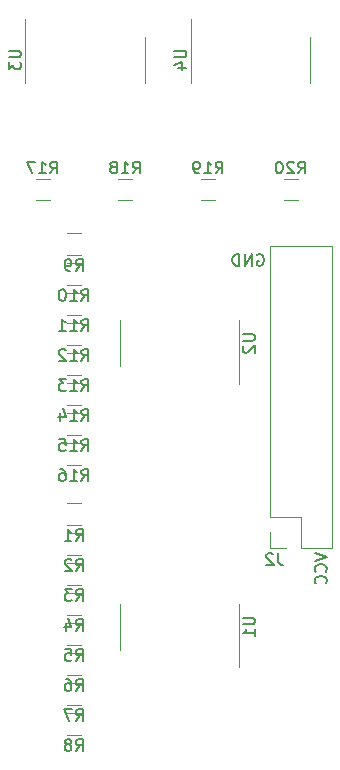
<source format=gbr>
%TF.GenerationSoftware,KiCad,Pcbnew,(5.1.6)-1*%
%TF.CreationDate,2021-02-15T17:49:45+00:00*%
%TF.ProjectId,p3module,70336d6f-6475-46c6-952e-6b696361645f,rev?*%
%TF.SameCoordinates,Original*%
%TF.FileFunction,Legend,Bot*%
%TF.FilePolarity,Positive*%
%FSLAX46Y46*%
G04 Gerber Fmt 4.6, Leading zero omitted, Abs format (unit mm)*
G04 Created by KiCad (PCBNEW (5.1.6)-1) date 2021-02-15 17:49:45*
%MOMM*%
%LPD*%
G01*
G04 APERTURE LIST*
%ADD10C,0.150000*%
%ADD11C,0.120000*%
G04 APERTURE END LIST*
D10*
X62452380Y-127772738D02*
X63452380Y-128106071D01*
X62452380Y-128439404D01*
X63357142Y-129344166D02*
X63404761Y-129296547D01*
X63452380Y-129153690D01*
X63452380Y-129058452D01*
X63404761Y-128915595D01*
X63309523Y-128820357D01*
X63214285Y-128772738D01*
X63023809Y-128725119D01*
X62880952Y-128725119D01*
X62690476Y-128772738D01*
X62595238Y-128820357D01*
X62500000Y-128915595D01*
X62452380Y-129058452D01*
X62452380Y-129153690D01*
X62500000Y-129296547D01*
X62547619Y-129344166D01*
X63357142Y-130344166D02*
X63404761Y-130296547D01*
X63452380Y-130153690D01*
X63452380Y-130058452D01*
X63404761Y-129915595D01*
X63309523Y-129820357D01*
X63214285Y-129772738D01*
X63023809Y-129725119D01*
X62880952Y-129725119D01*
X62690476Y-129772738D01*
X62595238Y-129820357D01*
X62500000Y-129915595D01*
X62452380Y-130058452D01*
X62452380Y-130153690D01*
X62500000Y-130296547D01*
X62547619Y-130344166D01*
X57560595Y-102500000D02*
X57655833Y-102452380D01*
X57798690Y-102452380D01*
X57941547Y-102500000D01*
X58036785Y-102595238D01*
X58084404Y-102690476D01*
X58132023Y-102880952D01*
X58132023Y-103023809D01*
X58084404Y-103214285D01*
X58036785Y-103309523D01*
X57941547Y-103404761D01*
X57798690Y-103452380D01*
X57703452Y-103452380D01*
X57560595Y-103404761D01*
X57512976Y-103357142D01*
X57512976Y-103023809D01*
X57703452Y-103023809D01*
X57084404Y-103452380D02*
X57084404Y-102452380D01*
X56512976Y-103452380D01*
X56512976Y-102452380D01*
X56036785Y-103452380D02*
X56036785Y-102452380D01*
X55798690Y-102452380D01*
X55655833Y-102500000D01*
X55560595Y-102595238D01*
X55512976Y-102690476D01*
X55465357Y-102880952D01*
X55465357Y-103023809D01*
X55512976Y-103214285D01*
X55560595Y-103309523D01*
X55655833Y-103404761D01*
X55798690Y-103452380D01*
X56036785Y-103452380D01*
D11*
%TO.C,J2*%
X58670000Y-127330000D02*
X60000000Y-127330000D01*
X58670000Y-126000000D02*
X58670000Y-127330000D01*
X61270000Y-127330000D02*
X63870000Y-127330000D01*
X61270000Y-124730000D02*
X61270000Y-127330000D01*
X58670000Y-124730000D02*
X61270000Y-124730000D01*
X63870000Y-127330000D02*
X63870000Y-101810000D01*
X58670000Y-124730000D02*
X58670000Y-101810000D01*
X58670000Y-101810000D02*
X63870000Y-101810000D01*
%TO.C,U4*%
X62060000Y-86000000D02*
X62060000Y-87950000D01*
X62060000Y-86000000D02*
X62060000Y-84050000D01*
X51940000Y-86000000D02*
X51940000Y-87950000D01*
X51940000Y-86000000D02*
X51940000Y-82550000D01*
%TO.C,U3*%
X48060000Y-86000000D02*
X48060000Y-87950000D01*
X48060000Y-86000000D02*
X48060000Y-84050000D01*
X37940000Y-86000000D02*
X37940000Y-87950000D01*
X37940000Y-86000000D02*
X37940000Y-82550000D01*
%TO.C,U2*%
X45940000Y-110000000D02*
X45940000Y-108050000D01*
X45940000Y-110000000D02*
X45940000Y-111950000D01*
X56060000Y-110000000D02*
X56060000Y-108050000D01*
X56060000Y-110000000D02*
X56060000Y-113450000D01*
%TO.C,U1*%
X45940000Y-134000000D02*
X45940000Y-132050000D01*
X45940000Y-134000000D02*
X45940000Y-135950000D01*
X56060000Y-134000000D02*
X56060000Y-132050000D01*
X56060000Y-134000000D02*
X56060000Y-137450000D01*
%TO.C,R20*%
X61002064Y-96090000D02*
X59797936Y-96090000D01*
X61002064Y-97910000D02*
X59797936Y-97910000D01*
%TO.C,R19*%
X54002064Y-96090000D02*
X52797936Y-96090000D01*
X54002064Y-97910000D02*
X52797936Y-97910000D01*
%TO.C,R18*%
X47002064Y-96090000D02*
X45797936Y-96090000D01*
X47002064Y-97910000D02*
X45797936Y-97910000D01*
%TO.C,R17*%
X40002064Y-96090000D02*
X38797936Y-96090000D01*
X40002064Y-97910000D02*
X38797936Y-97910000D01*
%TO.C,R16*%
X41437936Y-120290000D02*
X42642064Y-120290000D01*
X41437936Y-118470000D02*
X42642064Y-118470000D01*
%TO.C,R15*%
X41437936Y-117750000D02*
X42642064Y-117750000D01*
X41437936Y-115930000D02*
X42642064Y-115930000D01*
%TO.C,R14*%
X41437936Y-115210000D02*
X42642064Y-115210000D01*
X41437936Y-113390000D02*
X42642064Y-113390000D01*
%TO.C,R13*%
X41437936Y-112670000D02*
X42642064Y-112670000D01*
X41437936Y-110850000D02*
X42642064Y-110850000D01*
%TO.C,R12*%
X41437936Y-110130000D02*
X42642064Y-110130000D01*
X41437936Y-108310000D02*
X42642064Y-108310000D01*
%TO.C,R11*%
X41437936Y-107590000D02*
X42642064Y-107590000D01*
X41437936Y-105770000D02*
X42642064Y-105770000D01*
%TO.C,R10*%
X41437936Y-105050000D02*
X42642064Y-105050000D01*
X41437936Y-103230000D02*
X42642064Y-103230000D01*
%TO.C,R9*%
X41437936Y-102510000D02*
X42642064Y-102510000D01*
X41437936Y-100690000D02*
X42642064Y-100690000D01*
%TO.C,R8*%
X41437936Y-143150000D02*
X42642064Y-143150000D01*
X41437936Y-141330000D02*
X42642064Y-141330000D01*
%TO.C,R7*%
X41437936Y-140610000D02*
X42642064Y-140610000D01*
X41437936Y-138790000D02*
X42642064Y-138790000D01*
%TO.C,R6*%
X41437936Y-138070000D02*
X42642064Y-138070000D01*
X41437936Y-136250000D02*
X42642064Y-136250000D01*
%TO.C,R5*%
X41437936Y-135530000D02*
X42642064Y-135530000D01*
X41437936Y-133710000D02*
X42642064Y-133710000D01*
%TO.C,R4*%
X41437936Y-132990000D02*
X42642064Y-132990000D01*
X41437936Y-131170000D02*
X42642064Y-131170000D01*
%TO.C,R3*%
X41437936Y-130450000D02*
X42642064Y-130450000D01*
X41437936Y-128630000D02*
X42642064Y-128630000D01*
%TO.C,R2*%
X41437936Y-127910000D02*
X42642064Y-127910000D01*
X41437936Y-126090000D02*
X42642064Y-126090000D01*
%TO.C,R1*%
X41437936Y-125370000D02*
X42642064Y-125370000D01*
X41437936Y-123550000D02*
X42642064Y-123550000D01*
%TO.C,J2*%
D10*
X59333333Y-127782380D02*
X59333333Y-128496666D01*
X59380952Y-128639523D01*
X59476190Y-128734761D01*
X59619047Y-128782380D01*
X59714285Y-128782380D01*
X58904761Y-127877619D02*
X58857142Y-127830000D01*
X58761904Y-127782380D01*
X58523809Y-127782380D01*
X58428571Y-127830000D01*
X58380952Y-127877619D01*
X58333333Y-127972857D01*
X58333333Y-128068095D01*
X58380952Y-128210952D01*
X58952380Y-128782380D01*
X58333333Y-128782380D01*
%TO.C,U4*%
X50552380Y-85238095D02*
X51361904Y-85238095D01*
X51457142Y-85285714D01*
X51504761Y-85333333D01*
X51552380Y-85428571D01*
X51552380Y-85619047D01*
X51504761Y-85714285D01*
X51457142Y-85761904D01*
X51361904Y-85809523D01*
X50552380Y-85809523D01*
X50885714Y-86714285D02*
X51552380Y-86714285D01*
X50504761Y-86476190D02*
X51219047Y-86238095D01*
X51219047Y-86857142D01*
%TO.C,U3*%
X36552380Y-85238095D02*
X37361904Y-85238095D01*
X37457142Y-85285714D01*
X37504761Y-85333333D01*
X37552380Y-85428571D01*
X37552380Y-85619047D01*
X37504761Y-85714285D01*
X37457142Y-85761904D01*
X37361904Y-85809523D01*
X36552380Y-85809523D01*
X36552380Y-86190476D02*
X36552380Y-86809523D01*
X36933333Y-86476190D01*
X36933333Y-86619047D01*
X36980952Y-86714285D01*
X37028571Y-86761904D01*
X37123809Y-86809523D01*
X37361904Y-86809523D01*
X37457142Y-86761904D01*
X37504761Y-86714285D01*
X37552380Y-86619047D01*
X37552380Y-86333333D01*
X37504761Y-86238095D01*
X37457142Y-86190476D01*
%TO.C,U2*%
X56352380Y-109238095D02*
X57161904Y-109238095D01*
X57257142Y-109285714D01*
X57304761Y-109333333D01*
X57352380Y-109428571D01*
X57352380Y-109619047D01*
X57304761Y-109714285D01*
X57257142Y-109761904D01*
X57161904Y-109809523D01*
X56352380Y-109809523D01*
X56447619Y-110238095D02*
X56400000Y-110285714D01*
X56352380Y-110380952D01*
X56352380Y-110619047D01*
X56400000Y-110714285D01*
X56447619Y-110761904D01*
X56542857Y-110809523D01*
X56638095Y-110809523D01*
X56780952Y-110761904D01*
X57352380Y-110190476D01*
X57352380Y-110809523D01*
%TO.C,U1*%
X56352380Y-133238095D02*
X57161904Y-133238095D01*
X57257142Y-133285714D01*
X57304761Y-133333333D01*
X57352380Y-133428571D01*
X57352380Y-133619047D01*
X57304761Y-133714285D01*
X57257142Y-133761904D01*
X57161904Y-133809523D01*
X56352380Y-133809523D01*
X57352380Y-134809523D02*
X57352380Y-134238095D01*
X57352380Y-134523809D02*
X56352380Y-134523809D01*
X56495238Y-134428571D01*
X56590476Y-134333333D01*
X56638095Y-134238095D01*
%TO.C,R20*%
X61042857Y-95632380D02*
X61376190Y-95156190D01*
X61614285Y-95632380D02*
X61614285Y-94632380D01*
X61233333Y-94632380D01*
X61138095Y-94680000D01*
X61090476Y-94727619D01*
X61042857Y-94822857D01*
X61042857Y-94965714D01*
X61090476Y-95060952D01*
X61138095Y-95108571D01*
X61233333Y-95156190D01*
X61614285Y-95156190D01*
X60661904Y-94727619D02*
X60614285Y-94680000D01*
X60519047Y-94632380D01*
X60280952Y-94632380D01*
X60185714Y-94680000D01*
X60138095Y-94727619D01*
X60090476Y-94822857D01*
X60090476Y-94918095D01*
X60138095Y-95060952D01*
X60709523Y-95632380D01*
X60090476Y-95632380D01*
X59471428Y-94632380D02*
X59376190Y-94632380D01*
X59280952Y-94680000D01*
X59233333Y-94727619D01*
X59185714Y-94822857D01*
X59138095Y-95013333D01*
X59138095Y-95251428D01*
X59185714Y-95441904D01*
X59233333Y-95537142D01*
X59280952Y-95584761D01*
X59376190Y-95632380D01*
X59471428Y-95632380D01*
X59566666Y-95584761D01*
X59614285Y-95537142D01*
X59661904Y-95441904D01*
X59709523Y-95251428D01*
X59709523Y-95013333D01*
X59661904Y-94822857D01*
X59614285Y-94727619D01*
X59566666Y-94680000D01*
X59471428Y-94632380D01*
%TO.C,R19*%
X54042857Y-95632380D02*
X54376190Y-95156190D01*
X54614285Y-95632380D02*
X54614285Y-94632380D01*
X54233333Y-94632380D01*
X54138095Y-94680000D01*
X54090476Y-94727619D01*
X54042857Y-94822857D01*
X54042857Y-94965714D01*
X54090476Y-95060952D01*
X54138095Y-95108571D01*
X54233333Y-95156190D01*
X54614285Y-95156190D01*
X53090476Y-95632380D02*
X53661904Y-95632380D01*
X53376190Y-95632380D02*
X53376190Y-94632380D01*
X53471428Y-94775238D01*
X53566666Y-94870476D01*
X53661904Y-94918095D01*
X52614285Y-95632380D02*
X52423809Y-95632380D01*
X52328571Y-95584761D01*
X52280952Y-95537142D01*
X52185714Y-95394285D01*
X52138095Y-95203809D01*
X52138095Y-94822857D01*
X52185714Y-94727619D01*
X52233333Y-94680000D01*
X52328571Y-94632380D01*
X52519047Y-94632380D01*
X52614285Y-94680000D01*
X52661904Y-94727619D01*
X52709523Y-94822857D01*
X52709523Y-95060952D01*
X52661904Y-95156190D01*
X52614285Y-95203809D01*
X52519047Y-95251428D01*
X52328571Y-95251428D01*
X52233333Y-95203809D01*
X52185714Y-95156190D01*
X52138095Y-95060952D01*
%TO.C,R18*%
X47042857Y-95632380D02*
X47376190Y-95156190D01*
X47614285Y-95632380D02*
X47614285Y-94632380D01*
X47233333Y-94632380D01*
X47138095Y-94680000D01*
X47090476Y-94727619D01*
X47042857Y-94822857D01*
X47042857Y-94965714D01*
X47090476Y-95060952D01*
X47138095Y-95108571D01*
X47233333Y-95156190D01*
X47614285Y-95156190D01*
X46090476Y-95632380D02*
X46661904Y-95632380D01*
X46376190Y-95632380D02*
X46376190Y-94632380D01*
X46471428Y-94775238D01*
X46566666Y-94870476D01*
X46661904Y-94918095D01*
X45519047Y-95060952D02*
X45614285Y-95013333D01*
X45661904Y-94965714D01*
X45709523Y-94870476D01*
X45709523Y-94822857D01*
X45661904Y-94727619D01*
X45614285Y-94680000D01*
X45519047Y-94632380D01*
X45328571Y-94632380D01*
X45233333Y-94680000D01*
X45185714Y-94727619D01*
X45138095Y-94822857D01*
X45138095Y-94870476D01*
X45185714Y-94965714D01*
X45233333Y-95013333D01*
X45328571Y-95060952D01*
X45519047Y-95060952D01*
X45614285Y-95108571D01*
X45661904Y-95156190D01*
X45709523Y-95251428D01*
X45709523Y-95441904D01*
X45661904Y-95537142D01*
X45614285Y-95584761D01*
X45519047Y-95632380D01*
X45328571Y-95632380D01*
X45233333Y-95584761D01*
X45185714Y-95537142D01*
X45138095Y-95441904D01*
X45138095Y-95251428D01*
X45185714Y-95156190D01*
X45233333Y-95108571D01*
X45328571Y-95060952D01*
%TO.C,R17*%
X40042857Y-95632380D02*
X40376190Y-95156190D01*
X40614285Y-95632380D02*
X40614285Y-94632380D01*
X40233333Y-94632380D01*
X40138095Y-94680000D01*
X40090476Y-94727619D01*
X40042857Y-94822857D01*
X40042857Y-94965714D01*
X40090476Y-95060952D01*
X40138095Y-95108571D01*
X40233333Y-95156190D01*
X40614285Y-95156190D01*
X39090476Y-95632380D02*
X39661904Y-95632380D01*
X39376190Y-95632380D02*
X39376190Y-94632380D01*
X39471428Y-94775238D01*
X39566666Y-94870476D01*
X39661904Y-94918095D01*
X38757142Y-94632380D02*
X38090476Y-94632380D01*
X38519047Y-95632380D01*
%TO.C,R16*%
X42682857Y-121652380D02*
X43016190Y-121176190D01*
X43254285Y-121652380D02*
X43254285Y-120652380D01*
X42873333Y-120652380D01*
X42778095Y-120700000D01*
X42730476Y-120747619D01*
X42682857Y-120842857D01*
X42682857Y-120985714D01*
X42730476Y-121080952D01*
X42778095Y-121128571D01*
X42873333Y-121176190D01*
X43254285Y-121176190D01*
X41730476Y-121652380D02*
X42301904Y-121652380D01*
X42016190Y-121652380D02*
X42016190Y-120652380D01*
X42111428Y-120795238D01*
X42206666Y-120890476D01*
X42301904Y-120938095D01*
X40873333Y-120652380D02*
X41063809Y-120652380D01*
X41159047Y-120700000D01*
X41206666Y-120747619D01*
X41301904Y-120890476D01*
X41349523Y-121080952D01*
X41349523Y-121461904D01*
X41301904Y-121557142D01*
X41254285Y-121604761D01*
X41159047Y-121652380D01*
X40968571Y-121652380D01*
X40873333Y-121604761D01*
X40825714Y-121557142D01*
X40778095Y-121461904D01*
X40778095Y-121223809D01*
X40825714Y-121128571D01*
X40873333Y-121080952D01*
X40968571Y-121033333D01*
X41159047Y-121033333D01*
X41254285Y-121080952D01*
X41301904Y-121128571D01*
X41349523Y-121223809D01*
%TO.C,R15*%
X42682857Y-119112380D02*
X43016190Y-118636190D01*
X43254285Y-119112380D02*
X43254285Y-118112380D01*
X42873333Y-118112380D01*
X42778095Y-118160000D01*
X42730476Y-118207619D01*
X42682857Y-118302857D01*
X42682857Y-118445714D01*
X42730476Y-118540952D01*
X42778095Y-118588571D01*
X42873333Y-118636190D01*
X43254285Y-118636190D01*
X41730476Y-119112380D02*
X42301904Y-119112380D01*
X42016190Y-119112380D02*
X42016190Y-118112380D01*
X42111428Y-118255238D01*
X42206666Y-118350476D01*
X42301904Y-118398095D01*
X40825714Y-118112380D02*
X41301904Y-118112380D01*
X41349523Y-118588571D01*
X41301904Y-118540952D01*
X41206666Y-118493333D01*
X40968571Y-118493333D01*
X40873333Y-118540952D01*
X40825714Y-118588571D01*
X40778095Y-118683809D01*
X40778095Y-118921904D01*
X40825714Y-119017142D01*
X40873333Y-119064761D01*
X40968571Y-119112380D01*
X41206666Y-119112380D01*
X41301904Y-119064761D01*
X41349523Y-119017142D01*
%TO.C,R14*%
X42682857Y-116572380D02*
X43016190Y-116096190D01*
X43254285Y-116572380D02*
X43254285Y-115572380D01*
X42873333Y-115572380D01*
X42778095Y-115620000D01*
X42730476Y-115667619D01*
X42682857Y-115762857D01*
X42682857Y-115905714D01*
X42730476Y-116000952D01*
X42778095Y-116048571D01*
X42873333Y-116096190D01*
X43254285Y-116096190D01*
X41730476Y-116572380D02*
X42301904Y-116572380D01*
X42016190Y-116572380D02*
X42016190Y-115572380D01*
X42111428Y-115715238D01*
X42206666Y-115810476D01*
X42301904Y-115858095D01*
X40873333Y-115905714D02*
X40873333Y-116572380D01*
X41111428Y-115524761D02*
X41349523Y-116239047D01*
X40730476Y-116239047D01*
%TO.C,R13*%
X42682857Y-114032380D02*
X43016190Y-113556190D01*
X43254285Y-114032380D02*
X43254285Y-113032380D01*
X42873333Y-113032380D01*
X42778095Y-113080000D01*
X42730476Y-113127619D01*
X42682857Y-113222857D01*
X42682857Y-113365714D01*
X42730476Y-113460952D01*
X42778095Y-113508571D01*
X42873333Y-113556190D01*
X43254285Y-113556190D01*
X41730476Y-114032380D02*
X42301904Y-114032380D01*
X42016190Y-114032380D02*
X42016190Y-113032380D01*
X42111428Y-113175238D01*
X42206666Y-113270476D01*
X42301904Y-113318095D01*
X41397142Y-113032380D02*
X40778095Y-113032380D01*
X41111428Y-113413333D01*
X40968571Y-113413333D01*
X40873333Y-113460952D01*
X40825714Y-113508571D01*
X40778095Y-113603809D01*
X40778095Y-113841904D01*
X40825714Y-113937142D01*
X40873333Y-113984761D01*
X40968571Y-114032380D01*
X41254285Y-114032380D01*
X41349523Y-113984761D01*
X41397142Y-113937142D01*
%TO.C,R12*%
X42682857Y-111492380D02*
X43016190Y-111016190D01*
X43254285Y-111492380D02*
X43254285Y-110492380D01*
X42873333Y-110492380D01*
X42778095Y-110540000D01*
X42730476Y-110587619D01*
X42682857Y-110682857D01*
X42682857Y-110825714D01*
X42730476Y-110920952D01*
X42778095Y-110968571D01*
X42873333Y-111016190D01*
X43254285Y-111016190D01*
X41730476Y-111492380D02*
X42301904Y-111492380D01*
X42016190Y-111492380D02*
X42016190Y-110492380D01*
X42111428Y-110635238D01*
X42206666Y-110730476D01*
X42301904Y-110778095D01*
X41349523Y-110587619D02*
X41301904Y-110540000D01*
X41206666Y-110492380D01*
X40968571Y-110492380D01*
X40873333Y-110540000D01*
X40825714Y-110587619D01*
X40778095Y-110682857D01*
X40778095Y-110778095D01*
X40825714Y-110920952D01*
X41397142Y-111492380D01*
X40778095Y-111492380D01*
%TO.C,R11*%
X42682857Y-108952380D02*
X43016190Y-108476190D01*
X43254285Y-108952380D02*
X43254285Y-107952380D01*
X42873333Y-107952380D01*
X42778095Y-108000000D01*
X42730476Y-108047619D01*
X42682857Y-108142857D01*
X42682857Y-108285714D01*
X42730476Y-108380952D01*
X42778095Y-108428571D01*
X42873333Y-108476190D01*
X43254285Y-108476190D01*
X41730476Y-108952380D02*
X42301904Y-108952380D01*
X42016190Y-108952380D02*
X42016190Y-107952380D01*
X42111428Y-108095238D01*
X42206666Y-108190476D01*
X42301904Y-108238095D01*
X40778095Y-108952380D02*
X41349523Y-108952380D01*
X41063809Y-108952380D02*
X41063809Y-107952380D01*
X41159047Y-108095238D01*
X41254285Y-108190476D01*
X41349523Y-108238095D01*
%TO.C,R10*%
X42682857Y-106412380D02*
X43016190Y-105936190D01*
X43254285Y-106412380D02*
X43254285Y-105412380D01*
X42873333Y-105412380D01*
X42778095Y-105460000D01*
X42730476Y-105507619D01*
X42682857Y-105602857D01*
X42682857Y-105745714D01*
X42730476Y-105840952D01*
X42778095Y-105888571D01*
X42873333Y-105936190D01*
X43254285Y-105936190D01*
X41730476Y-106412380D02*
X42301904Y-106412380D01*
X42016190Y-106412380D02*
X42016190Y-105412380D01*
X42111428Y-105555238D01*
X42206666Y-105650476D01*
X42301904Y-105698095D01*
X41111428Y-105412380D02*
X41016190Y-105412380D01*
X40920952Y-105460000D01*
X40873333Y-105507619D01*
X40825714Y-105602857D01*
X40778095Y-105793333D01*
X40778095Y-106031428D01*
X40825714Y-106221904D01*
X40873333Y-106317142D01*
X40920952Y-106364761D01*
X41016190Y-106412380D01*
X41111428Y-106412380D01*
X41206666Y-106364761D01*
X41254285Y-106317142D01*
X41301904Y-106221904D01*
X41349523Y-106031428D01*
X41349523Y-105793333D01*
X41301904Y-105602857D01*
X41254285Y-105507619D01*
X41206666Y-105460000D01*
X41111428Y-105412380D01*
%TO.C,R9*%
X42206666Y-103872380D02*
X42540000Y-103396190D01*
X42778095Y-103872380D02*
X42778095Y-102872380D01*
X42397142Y-102872380D01*
X42301904Y-102920000D01*
X42254285Y-102967619D01*
X42206666Y-103062857D01*
X42206666Y-103205714D01*
X42254285Y-103300952D01*
X42301904Y-103348571D01*
X42397142Y-103396190D01*
X42778095Y-103396190D01*
X41730476Y-103872380D02*
X41540000Y-103872380D01*
X41444761Y-103824761D01*
X41397142Y-103777142D01*
X41301904Y-103634285D01*
X41254285Y-103443809D01*
X41254285Y-103062857D01*
X41301904Y-102967619D01*
X41349523Y-102920000D01*
X41444761Y-102872380D01*
X41635238Y-102872380D01*
X41730476Y-102920000D01*
X41778095Y-102967619D01*
X41825714Y-103062857D01*
X41825714Y-103300952D01*
X41778095Y-103396190D01*
X41730476Y-103443809D01*
X41635238Y-103491428D01*
X41444761Y-103491428D01*
X41349523Y-103443809D01*
X41301904Y-103396190D01*
X41254285Y-103300952D01*
%TO.C,R8*%
X42206666Y-144512380D02*
X42540000Y-144036190D01*
X42778095Y-144512380D02*
X42778095Y-143512380D01*
X42397142Y-143512380D01*
X42301904Y-143560000D01*
X42254285Y-143607619D01*
X42206666Y-143702857D01*
X42206666Y-143845714D01*
X42254285Y-143940952D01*
X42301904Y-143988571D01*
X42397142Y-144036190D01*
X42778095Y-144036190D01*
X41635238Y-143940952D02*
X41730476Y-143893333D01*
X41778095Y-143845714D01*
X41825714Y-143750476D01*
X41825714Y-143702857D01*
X41778095Y-143607619D01*
X41730476Y-143560000D01*
X41635238Y-143512380D01*
X41444761Y-143512380D01*
X41349523Y-143560000D01*
X41301904Y-143607619D01*
X41254285Y-143702857D01*
X41254285Y-143750476D01*
X41301904Y-143845714D01*
X41349523Y-143893333D01*
X41444761Y-143940952D01*
X41635238Y-143940952D01*
X41730476Y-143988571D01*
X41778095Y-144036190D01*
X41825714Y-144131428D01*
X41825714Y-144321904D01*
X41778095Y-144417142D01*
X41730476Y-144464761D01*
X41635238Y-144512380D01*
X41444761Y-144512380D01*
X41349523Y-144464761D01*
X41301904Y-144417142D01*
X41254285Y-144321904D01*
X41254285Y-144131428D01*
X41301904Y-144036190D01*
X41349523Y-143988571D01*
X41444761Y-143940952D01*
%TO.C,R7*%
X42206666Y-141972380D02*
X42540000Y-141496190D01*
X42778095Y-141972380D02*
X42778095Y-140972380D01*
X42397142Y-140972380D01*
X42301904Y-141020000D01*
X42254285Y-141067619D01*
X42206666Y-141162857D01*
X42206666Y-141305714D01*
X42254285Y-141400952D01*
X42301904Y-141448571D01*
X42397142Y-141496190D01*
X42778095Y-141496190D01*
X41873333Y-140972380D02*
X41206666Y-140972380D01*
X41635238Y-141972380D01*
%TO.C,R6*%
X42206666Y-139432380D02*
X42540000Y-138956190D01*
X42778095Y-139432380D02*
X42778095Y-138432380D01*
X42397142Y-138432380D01*
X42301904Y-138480000D01*
X42254285Y-138527619D01*
X42206666Y-138622857D01*
X42206666Y-138765714D01*
X42254285Y-138860952D01*
X42301904Y-138908571D01*
X42397142Y-138956190D01*
X42778095Y-138956190D01*
X41349523Y-138432380D02*
X41540000Y-138432380D01*
X41635238Y-138480000D01*
X41682857Y-138527619D01*
X41778095Y-138670476D01*
X41825714Y-138860952D01*
X41825714Y-139241904D01*
X41778095Y-139337142D01*
X41730476Y-139384761D01*
X41635238Y-139432380D01*
X41444761Y-139432380D01*
X41349523Y-139384761D01*
X41301904Y-139337142D01*
X41254285Y-139241904D01*
X41254285Y-139003809D01*
X41301904Y-138908571D01*
X41349523Y-138860952D01*
X41444761Y-138813333D01*
X41635238Y-138813333D01*
X41730476Y-138860952D01*
X41778095Y-138908571D01*
X41825714Y-139003809D01*
%TO.C,R5*%
X42206666Y-136892380D02*
X42540000Y-136416190D01*
X42778095Y-136892380D02*
X42778095Y-135892380D01*
X42397142Y-135892380D01*
X42301904Y-135940000D01*
X42254285Y-135987619D01*
X42206666Y-136082857D01*
X42206666Y-136225714D01*
X42254285Y-136320952D01*
X42301904Y-136368571D01*
X42397142Y-136416190D01*
X42778095Y-136416190D01*
X41301904Y-135892380D02*
X41778095Y-135892380D01*
X41825714Y-136368571D01*
X41778095Y-136320952D01*
X41682857Y-136273333D01*
X41444761Y-136273333D01*
X41349523Y-136320952D01*
X41301904Y-136368571D01*
X41254285Y-136463809D01*
X41254285Y-136701904D01*
X41301904Y-136797142D01*
X41349523Y-136844761D01*
X41444761Y-136892380D01*
X41682857Y-136892380D01*
X41778095Y-136844761D01*
X41825714Y-136797142D01*
%TO.C,R4*%
X42206666Y-134352380D02*
X42540000Y-133876190D01*
X42778095Y-134352380D02*
X42778095Y-133352380D01*
X42397142Y-133352380D01*
X42301904Y-133400000D01*
X42254285Y-133447619D01*
X42206666Y-133542857D01*
X42206666Y-133685714D01*
X42254285Y-133780952D01*
X42301904Y-133828571D01*
X42397142Y-133876190D01*
X42778095Y-133876190D01*
X41349523Y-133685714D02*
X41349523Y-134352380D01*
X41587619Y-133304761D02*
X41825714Y-134019047D01*
X41206666Y-134019047D01*
%TO.C,R3*%
X42206666Y-131812380D02*
X42540000Y-131336190D01*
X42778095Y-131812380D02*
X42778095Y-130812380D01*
X42397142Y-130812380D01*
X42301904Y-130860000D01*
X42254285Y-130907619D01*
X42206666Y-131002857D01*
X42206666Y-131145714D01*
X42254285Y-131240952D01*
X42301904Y-131288571D01*
X42397142Y-131336190D01*
X42778095Y-131336190D01*
X41873333Y-130812380D02*
X41254285Y-130812380D01*
X41587619Y-131193333D01*
X41444761Y-131193333D01*
X41349523Y-131240952D01*
X41301904Y-131288571D01*
X41254285Y-131383809D01*
X41254285Y-131621904D01*
X41301904Y-131717142D01*
X41349523Y-131764761D01*
X41444761Y-131812380D01*
X41730476Y-131812380D01*
X41825714Y-131764761D01*
X41873333Y-131717142D01*
%TO.C,R2*%
X42206666Y-129272380D02*
X42540000Y-128796190D01*
X42778095Y-129272380D02*
X42778095Y-128272380D01*
X42397142Y-128272380D01*
X42301904Y-128320000D01*
X42254285Y-128367619D01*
X42206666Y-128462857D01*
X42206666Y-128605714D01*
X42254285Y-128700952D01*
X42301904Y-128748571D01*
X42397142Y-128796190D01*
X42778095Y-128796190D01*
X41825714Y-128367619D02*
X41778095Y-128320000D01*
X41682857Y-128272380D01*
X41444761Y-128272380D01*
X41349523Y-128320000D01*
X41301904Y-128367619D01*
X41254285Y-128462857D01*
X41254285Y-128558095D01*
X41301904Y-128700952D01*
X41873333Y-129272380D01*
X41254285Y-129272380D01*
%TO.C,R1*%
X42206666Y-126732380D02*
X42540000Y-126256190D01*
X42778095Y-126732380D02*
X42778095Y-125732380D01*
X42397142Y-125732380D01*
X42301904Y-125780000D01*
X42254285Y-125827619D01*
X42206666Y-125922857D01*
X42206666Y-126065714D01*
X42254285Y-126160952D01*
X42301904Y-126208571D01*
X42397142Y-126256190D01*
X42778095Y-126256190D01*
X41254285Y-126732380D02*
X41825714Y-126732380D01*
X41540000Y-126732380D02*
X41540000Y-125732380D01*
X41635238Y-125875238D01*
X41730476Y-125970476D01*
X41825714Y-126018095D01*
%TD*%
M02*

</source>
